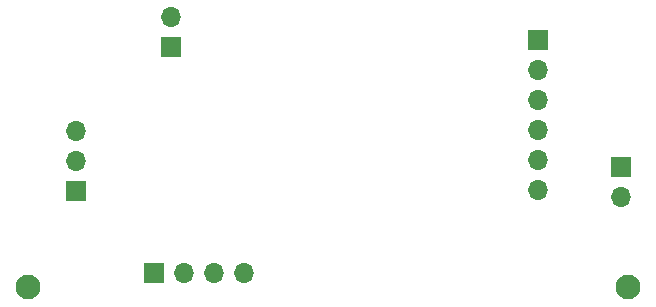
<source format=gbs>
G04 #@! TF.GenerationSoftware,KiCad,Pcbnew,(5.1.10)-1*
G04 #@! TF.CreationDate,2022-07-23T11:38:32-04:00*
G04 #@! TF.ProjectId,Hardware,48617264-7761-4726-952e-6b696361645f,rev?*
G04 #@! TF.SameCoordinates,Original*
G04 #@! TF.FileFunction,Soldermask,Bot*
G04 #@! TF.FilePolarity,Negative*
%FSLAX46Y46*%
G04 Gerber Fmt 4.6, Leading zero omitted, Abs format (unit mm)*
G04 Created by KiCad (PCBNEW (5.1.10)-1) date 2022-07-23 11:38:32*
%MOMM*%
%LPD*%
G01*
G04 APERTURE LIST*
%ADD10O,1.700000X1.700000*%
%ADD11R,1.700000X1.700000*%
%ADD12C,2.100000*%
G04 APERTURE END LIST*
D10*
G04 #@! TO.C,J7*
X87884000Y-108712000D03*
X87884000Y-111252000D03*
D11*
X87884000Y-113792000D03*
G04 #@! TD*
G04 #@! TO.C,J1*
X133985000Y-111760000D03*
D10*
X133985000Y-114300000D03*
G04 #@! TD*
D11*
G04 #@! TO.C,J3*
X127000000Y-100965000D03*
D10*
X127000000Y-103505000D03*
X127000000Y-106045000D03*
X127000000Y-108585000D03*
X127000000Y-111125000D03*
X127000000Y-113665000D03*
G04 #@! TD*
D12*
G04 #@! TO.C,H2*
X134620000Y-121920000D03*
G04 #@! TD*
G04 #@! TO.C,H1*
X83820000Y-121920000D03*
G04 #@! TD*
D11*
G04 #@! TO.C,J4*
X95885000Y-101600000D03*
D10*
X95885000Y-99060000D03*
G04 #@! TD*
D11*
G04 #@! TO.C,J2*
X94526100Y-120738900D03*
D10*
X97066100Y-120738900D03*
X99606100Y-120738900D03*
X102146100Y-120738900D03*
G04 #@! TD*
M02*

</source>
